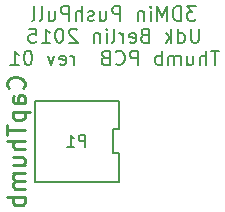
<source format=gbr>
G04 #@! TF.FileFunction,Legend,Bot*
%FSLAX46Y46*%
G04 Gerber Fmt 4.6, Leading zero omitted, Abs format (unit mm)*
G04 Created by KiCad (PCBNEW (2015-05-13 BZR 5653)-product) date Tue 26 May 2015 06:01:31 PM CEST*
%MOMM*%
G01*
G04 APERTURE LIST*
%ADD10C,0.100000*%
%ADD11C,0.200000*%
%ADD12C,0.150000*%
%ADD13C,0.250000*%
G04 APERTURE END LIST*
D10*
D11*
X157409285Y-92077857D02*
X156666428Y-92077857D01*
X157066428Y-92535000D01*
X156895000Y-92535000D01*
X156780714Y-92592143D01*
X156723571Y-92649286D01*
X156666428Y-92763571D01*
X156666428Y-93049286D01*
X156723571Y-93163571D01*
X156780714Y-93220714D01*
X156895000Y-93277857D01*
X157237857Y-93277857D01*
X157352143Y-93220714D01*
X157409285Y-93163571D01*
X156152143Y-93277857D02*
X156152143Y-92077857D01*
X155866428Y-92077857D01*
X155695000Y-92135000D01*
X155580714Y-92249286D01*
X155523571Y-92363571D01*
X155466428Y-92592143D01*
X155466428Y-92763571D01*
X155523571Y-92992143D01*
X155580714Y-93106429D01*
X155695000Y-93220714D01*
X155866428Y-93277857D01*
X156152143Y-93277857D01*
X154952143Y-93277857D02*
X154952143Y-92077857D01*
X154552143Y-92935000D01*
X154152143Y-92077857D01*
X154152143Y-93277857D01*
X153580714Y-93277857D02*
X153580714Y-92477857D01*
X153580714Y-92077857D02*
X153637857Y-92135000D01*
X153580714Y-92192143D01*
X153523571Y-92135000D01*
X153580714Y-92077857D01*
X153580714Y-92192143D01*
X153009285Y-92477857D02*
X153009285Y-93277857D01*
X153009285Y-92592143D02*
X152952142Y-92535000D01*
X152837856Y-92477857D01*
X152666428Y-92477857D01*
X152552142Y-92535000D01*
X152494999Y-92649286D01*
X152494999Y-93277857D01*
X151009285Y-93277857D02*
X151009285Y-92077857D01*
X150552142Y-92077857D01*
X150437856Y-92135000D01*
X150380713Y-92192143D01*
X150323570Y-92306429D01*
X150323570Y-92477857D01*
X150380713Y-92592143D01*
X150437856Y-92649286D01*
X150552142Y-92706429D01*
X151009285Y-92706429D01*
X149294999Y-92477857D02*
X149294999Y-93277857D01*
X149809285Y-92477857D02*
X149809285Y-93106429D01*
X149752142Y-93220714D01*
X149637856Y-93277857D01*
X149466428Y-93277857D01*
X149352142Y-93220714D01*
X149294999Y-93163571D01*
X148780714Y-93220714D02*
X148666428Y-93277857D01*
X148437856Y-93277857D01*
X148323571Y-93220714D01*
X148266428Y-93106429D01*
X148266428Y-93049286D01*
X148323571Y-92935000D01*
X148437856Y-92877857D01*
X148609285Y-92877857D01*
X148723571Y-92820714D01*
X148780714Y-92706429D01*
X148780714Y-92649286D01*
X148723571Y-92535000D01*
X148609285Y-92477857D01*
X148437856Y-92477857D01*
X148323571Y-92535000D01*
X147752142Y-93277857D02*
X147752142Y-92077857D01*
X147237856Y-93277857D02*
X147237856Y-92649286D01*
X147294999Y-92535000D01*
X147409285Y-92477857D01*
X147580713Y-92477857D01*
X147694999Y-92535000D01*
X147752142Y-92592143D01*
X146666428Y-93277857D02*
X146666428Y-92077857D01*
X146209285Y-92077857D01*
X146094999Y-92135000D01*
X146037856Y-92192143D01*
X145980713Y-92306429D01*
X145980713Y-92477857D01*
X146037856Y-92592143D01*
X146094999Y-92649286D01*
X146209285Y-92706429D01*
X146666428Y-92706429D01*
X144952142Y-92477857D02*
X144952142Y-93277857D01*
X145466428Y-92477857D02*
X145466428Y-93106429D01*
X145409285Y-93220714D01*
X145294999Y-93277857D01*
X145123571Y-93277857D01*
X145009285Y-93220714D01*
X144952142Y-93163571D01*
X144209285Y-93277857D02*
X144323571Y-93220714D01*
X144380714Y-93106429D01*
X144380714Y-92077857D01*
X143580714Y-93277857D02*
X143695000Y-93220714D01*
X143752143Y-93106429D01*
X143752143Y-92077857D01*
X157695000Y-93957857D02*
X157695000Y-94929286D01*
X157637857Y-95043571D01*
X157580714Y-95100714D01*
X157466428Y-95157857D01*
X157237857Y-95157857D01*
X157123571Y-95100714D01*
X157066428Y-95043571D01*
X157009285Y-94929286D01*
X157009285Y-93957857D01*
X155923571Y-95157857D02*
X155923571Y-93957857D01*
X155923571Y-95100714D02*
X156037857Y-95157857D01*
X156266428Y-95157857D01*
X156380714Y-95100714D01*
X156437857Y-95043571D01*
X156495000Y-94929286D01*
X156495000Y-94586429D01*
X156437857Y-94472143D01*
X156380714Y-94415000D01*
X156266428Y-94357857D01*
X156037857Y-94357857D01*
X155923571Y-94415000D01*
X155352143Y-95157857D02*
X155352143Y-93957857D01*
X155237857Y-94700714D02*
X154895000Y-95157857D01*
X154895000Y-94357857D02*
X155352143Y-94815000D01*
X153066428Y-94529286D02*
X152894999Y-94586429D01*
X152837856Y-94643571D01*
X152780713Y-94757857D01*
X152780713Y-94929286D01*
X152837856Y-95043571D01*
X152894999Y-95100714D01*
X153009285Y-95157857D01*
X153466428Y-95157857D01*
X153466428Y-93957857D01*
X153066428Y-93957857D01*
X152952142Y-94015000D01*
X152894999Y-94072143D01*
X152837856Y-94186429D01*
X152837856Y-94300714D01*
X152894999Y-94415000D01*
X152952142Y-94472143D01*
X153066428Y-94529286D01*
X153466428Y-94529286D01*
X151809285Y-95100714D02*
X151923571Y-95157857D01*
X152152142Y-95157857D01*
X152266428Y-95100714D01*
X152323571Y-94986429D01*
X152323571Y-94529286D01*
X152266428Y-94415000D01*
X152152142Y-94357857D01*
X151923571Y-94357857D01*
X151809285Y-94415000D01*
X151752142Y-94529286D01*
X151752142Y-94643571D01*
X152323571Y-94757857D01*
X151237857Y-95157857D02*
X151237857Y-94357857D01*
X151237857Y-94586429D02*
X151180714Y-94472143D01*
X151123571Y-94415000D01*
X151009285Y-94357857D01*
X150895000Y-94357857D01*
X150323571Y-95157857D02*
X150437857Y-95100714D01*
X150495000Y-94986429D01*
X150495000Y-93957857D01*
X149866429Y-95157857D02*
X149866429Y-94357857D01*
X149866429Y-93957857D02*
X149923572Y-94015000D01*
X149866429Y-94072143D01*
X149809286Y-94015000D01*
X149866429Y-93957857D01*
X149866429Y-94072143D01*
X149295000Y-94357857D02*
X149295000Y-95157857D01*
X149295000Y-94472143D02*
X149237857Y-94415000D01*
X149123571Y-94357857D01*
X148952143Y-94357857D01*
X148837857Y-94415000D01*
X148780714Y-94529286D01*
X148780714Y-95157857D01*
X147352143Y-94072143D02*
X147295000Y-94015000D01*
X147180714Y-93957857D01*
X146895000Y-93957857D01*
X146780714Y-94015000D01*
X146723571Y-94072143D01*
X146666428Y-94186429D01*
X146666428Y-94300714D01*
X146723571Y-94472143D01*
X147409285Y-95157857D01*
X146666428Y-95157857D01*
X145923571Y-93957857D02*
X145809286Y-93957857D01*
X145695000Y-94015000D01*
X145637857Y-94072143D01*
X145580714Y-94186429D01*
X145523571Y-94415000D01*
X145523571Y-94700714D01*
X145580714Y-94929286D01*
X145637857Y-95043571D01*
X145695000Y-95100714D01*
X145809286Y-95157857D01*
X145923571Y-95157857D01*
X146037857Y-95100714D01*
X146095000Y-95043571D01*
X146152143Y-94929286D01*
X146209286Y-94700714D01*
X146209286Y-94415000D01*
X146152143Y-94186429D01*
X146095000Y-94072143D01*
X146037857Y-94015000D01*
X145923571Y-93957857D01*
X144380714Y-95157857D02*
X145066429Y-95157857D01*
X144723571Y-95157857D02*
X144723571Y-93957857D01*
X144837857Y-94129286D01*
X144952143Y-94243571D01*
X145066429Y-94300714D01*
X143295000Y-93957857D02*
X143866429Y-93957857D01*
X143923572Y-94529286D01*
X143866429Y-94472143D01*
X143752143Y-94415000D01*
X143466429Y-94415000D01*
X143352143Y-94472143D01*
X143295000Y-94529286D01*
X143237857Y-94643571D01*
X143237857Y-94929286D01*
X143295000Y-95043571D01*
X143352143Y-95100714D01*
X143466429Y-95157857D01*
X143752143Y-95157857D01*
X143866429Y-95100714D01*
X143923572Y-95043571D01*
X159380714Y-95837857D02*
X158695000Y-95837857D01*
X159037857Y-97037857D02*
X159037857Y-95837857D01*
X158295000Y-97037857D02*
X158295000Y-95837857D01*
X157780714Y-97037857D02*
X157780714Y-96409286D01*
X157837857Y-96295000D01*
X157952143Y-96237857D01*
X158123571Y-96237857D01*
X158237857Y-96295000D01*
X158295000Y-96352143D01*
X156695000Y-96237857D02*
X156695000Y-97037857D01*
X157209286Y-96237857D02*
X157209286Y-96866429D01*
X157152143Y-96980714D01*
X157037857Y-97037857D01*
X156866429Y-97037857D01*
X156752143Y-96980714D01*
X156695000Y-96923571D01*
X156123572Y-97037857D02*
X156123572Y-96237857D01*
X156123572Y-96352143D02*
X156066429Y-96295000D01*
X155952143Y-96237857D01*
X155780715Y-96237857D01*
X155666429Y-96295000D01*
X155609286Y-96409286D01*
X155609286Y-97037857D01*
X155609286Y-96409286D02*
X155552143Y-96295000D01*
X155437857Y-96237857D01*
X155266429Y-96237857D01*
X155152143Y-96295000D01*
X155095000Y-96409286D01*
X155095000Y-97037857D01*
X154523572Y-97037857D02*
X154523572Y-95837857D01*
X154523572Y-96295000D02*
X154409286Y-96237857D01*
X154180715Y-96237857D01*
X154066429Y-96295000D01*
X154009286Y-96352143D01*
X153952143Y-96466429D01*
X153952143Y-96809286D01*
X154009286Y-96923571D01*
X154066429Y-96980714D01*
X154180715Y-97037857D01*
X154409286Y-97037857D01*
X154523572Y-96980714D01*
X152523572Y-97037857D02*
X152523572Y-95837857D01*
X152066429Y-95837857D01*
X151952143Y-95895000D01*
X151895000Y-95952143D01*
X151837857Y-96066429D01*
X151837857Y-96237857D01*
X151895000Y-96352143D01*
X151952143Y-96409286D01*
X152066429Y-96466429D01*
X152523572Y-96466429D01*
X150637857Y-96923571D02*
X150695000Y-96980714D01*
X150866429Y-97037857D01*
X150980715Y-97037857D01*
X151152143Y-96980714D01*
X151266429Y-96866429D01*
X151323572Y-96752143D01*
X151380715Y-96523571D01*
X151380715Y-96352143D01*
X151323572Y-96123571D01*
X151266429Y-96009286D01*
X151152143Y-95895000D01*
X150980715Y-95837857D01*
X150866429Y-95837857D01*
X150695000Y-95895000D01*
X150637857Y-95952143D01*
X149723572Y-96409286D02*
X149552143Y-96466429D01*
X149495000Y-96523571D01*
X149437857Y-96637857D01*
X149437857Y-96809286D01*
X149495000Y-96923571D01*
X149552143Y-96980714D01*
X149666429Y-97037857D01*
X150123572Y-97037857D01*
X150123572Y-95837857D01*
X149723572Y-95837857D01*
X149609286Y-95895000D01*
X149552143Y-95952143D01*
X149495000Y-96066429D01*
X149495000Y-96180714D01*
X149552143Y-96295000D01*
X149609286Y-96352143D01*
X149723572Y-96409286D01*
X150123572Y-96409286D01*
X147095000Y-97037857D02*
X147095000Y-96237857D01*
X147095000Y-96466429D02*
X147037857Y-96352143D01*
X146980714Y-96295000D01*
X146866428Y-96237857D01*
X146752143Y-96237857D01*
X145895000Y-96980714D02*
X146009286Y-97037857D01*
X146237857Y-97037857D01*
X146352143Y-96980714D01*
X146409286Y-96866429D01*
X146409286Y-96409286D01*
X146352143Y-96295000D01*
X146237857Y-96237857D01*
X146009286Y-96237857D01*
X145895000Y-96295000D01*
X145837857Y-96409286D01*
X145837857Y-96523571D01*
X146409286Y-96637857D01*
X145437857Y-96237857D02*
X145152143Y-97037857D01*
X144866429Y-96237857D01*
X143266428Y-95837857D02*
X143152143Y-95837857D01*
X143037857Y-95895000D01*
X142980714Y-95952143D01*
X142923571Y-96066429D01*
X142866428Y-96295000D01*
X142866428Y-96580714D01*
X142923571Y-96809286D01*
X142980714Y-96923571D01*
X143037857Y-96980714D01*
X143152143Y-97037857D01*
X143266428Y-97037857D01*
X143380714Y-96980714D01*
X143437857Y-96923571D01*
X143495000Y-96809286D01*
X143552143Y-96580714D01*
X143552143Y-96295000D01*
X143495000Y-96066429D01*
X143437857Y-95952143D01*
X143380714Y-95895000D01*
X143266428Y-95837857D01*
X141723571Y-97037857D02*
X142409286Y-97037857D01*
X142066428Y-97037857D02*
X142066428Y-95837857D01*
X142180714Y-96009286D01*
X142295000Y-96123571D01*
X142409286Y-96180714D01*
D12*
X143764000Y-100076000D02*
X150876000Y-100076000D01*
X147320000Y-106934000D02*
X150876000Y-106934000D01*
X147320000Y-106934000D02*
X143764000Y-106934000D01*
X150876000Y-104521000D02*
X150876000Y-106934000D01*
X150876000Y-102489000D02*
X150876000Y-100076000D01*
X150368000Y-102489000D02*
X150368000Y-104521000D01*
X150876000Y-102489000D02*
X150368000Y-102489000D01*
X150368000Y-104521000D02*
X150876000Y-104521000D01*
X143764000Y-106934000D02*
X143764000Y-100076000D01*
X148058095Y-103957381D02*
X148058095Y-102957381D01*
X147677142Y-102957381D01*
X147581904Y-103005000D01*
X147534285Y-103052619D01*
X147486666Y-103147857D01*
X147486666Y-103290714D01*
X147534285Y-103385952D01*
X147581904Y-103433571D01*
X147677142Y-103481190D01*
X148058095Y-103481190D01*
X146534285Y-103957381D02*
X147105714Y-103957381D01*
X146820000Y-103957381D02*
X146820000Y-102957381D01*
X146915238Y-103100238D01*
X147010476Y-103195476D01*
X147105714Y-103243095D01*
D13*
X142775714Y-99005000D02*
X142847143Y-98933571D01*
X142918571Y-98719285D01*
X142918571Y-98576428D01*
X142847143Y-98362143D01*
X142704286Y-98219285D01*
X142561429Y-98147857D01*
X142275714Y-98076428D01*
X142061429Y-98076428D01*
X141775714Y-98147857D01*
X141632857Y-98219285D01*
X141490000Y-98362143D01*
X141418571Y-98576428D01*
X141418571Y-98719285D01*
X141490000Y-98933571D01*
X141561429Y-99005000D01*
X142918571Y-100290714D02*
X142132857Y-100290714D01*
X141990000Y-100219285D01*
X141918571Y-100076428D01*
X141918571Y-99790714D01*
X141990000Y-99647857D01*
X142847143Y-100290714D02*
X142918571Y-100147857D01*
X142918571Y-99790714D01*
X142847143Y-99647857D01*
X142704286Y-99576428D01*
X142561429Y-99576428D01*
X142418571Y-99647857D01*
X142347143Y-99790714D01*
X142347143Y-100147857D01*
X142275714Y-100290714D01*
X141918571Y-101005000D02*
X143418571Y-101005000D01*
X141990000Y-101005000D02*
X141918571Y-101147857D01*
X141918571Y-101433571D01*
X141990000Y-101576428D01*
X142061429Y-101647857D01*
X142204286Y-101719286D01*
X142632857Y-101719286D01*
X142775714Y-101647857D01*
X142847143Y-101576428D01*
X142918571Y-101433571D01*
X142918571Y-101147857D01*
X142847143Y-101005000D01*
X141418571Y-102147857D02*
X141418571Y-103005000D01*
X142918571Y-102576429D02*
X141418571Y-102576429D01*
X142918571Y-103505000D02*
X141418571Y-103505000D01*
X142918571Y-104147857D02*
X142132857Y-104147857D01*
X141990000Y-104076428D01*
X141918571Y-103933571D01*
X141918571Y-103719286D01*
X141990000Y-103576428D01*
X142061429Y-103505000D01*
X141918571Y-105505000D02*
X142918571Y-105505000D01*
X141918571Y-104862143D02*
X142704286Y-104862143D01*
X142847143Y-104933571D01*
X142918571Y-105076429D01*
X142918571Y-105290714D01*
X142847143Y-105433571D01*
X142775714Y-105505000D01*
X142918571Y-106219286D02*
X141918571Y-106219286D01*
X142061429Y-106219286D02*
X141990000Y-106290714D01*
X141918571Y-106433572D01*
X141918571Y-106647857D01*
X141990000Y-106790714D01*
X142132857Y-106862143D01*
X142918571Y-106862143D01*
X142132857Y-106862143D02*
X141990000Y-106933572D01*
X141918571Y-107076429D01*
X141918571Y-107290714D01*
X141990000Y-107433572D01*
X142132857Y-107505000D01*
X142918571Y-107505000D01*
X142918571Y-108219286D02*
X141418571Y-108219286D01*
X141990000Y-108219286D02*
X141918571Y-108362143D01*
X141918571Y-108647857D01*
X141990000Y-108790714D01*
X142061429Y-108862143D01*
X142204286Y-108933572D01*
X142632857Y-108933572D01*
X142775714Y-108862143D01*
X142847143Y-108790714D01*
X142918571Y-108647857D01*
X142918571Y-108362143D01*
X142847143Y-108219286D01*
M02*

</source>
